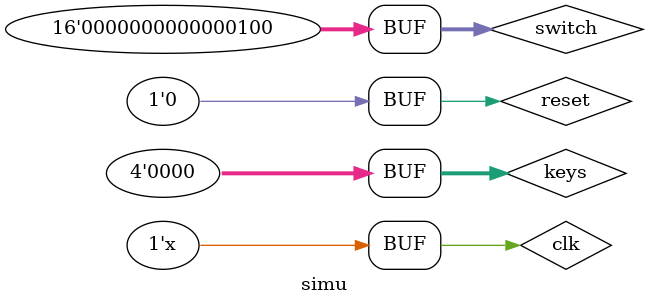
<source format=v>
`timescale 1ns / 1ps
module simu();

    reg          clk;
    reg          reset;
    reg  [15: 0] switch;
    reg  [ 3: 0] keys;
    wire [15: 0] led;
    wire [ 7: 0] ca;
    wire [ 3: 0] an;

    Basys3_Top test
    (
        .clk    ( clk       ),
        .reset  ( reset     ),
        .switch ( switch    ),
        .keys   ( keys      ),
        .led    ( led       ),
        .ca     ( ca        ),
        .an     ( an        )
    );

    initial begin
        clk    = 0;
        reset  = 1;
        switch = 0;
        keys   = 0;

        #100
        reset  = 0;
        switch = 16'd3;
         #100
         switch = 16'd4;
    end

    always #5 clk = ~clk;

endmodule

</source>
